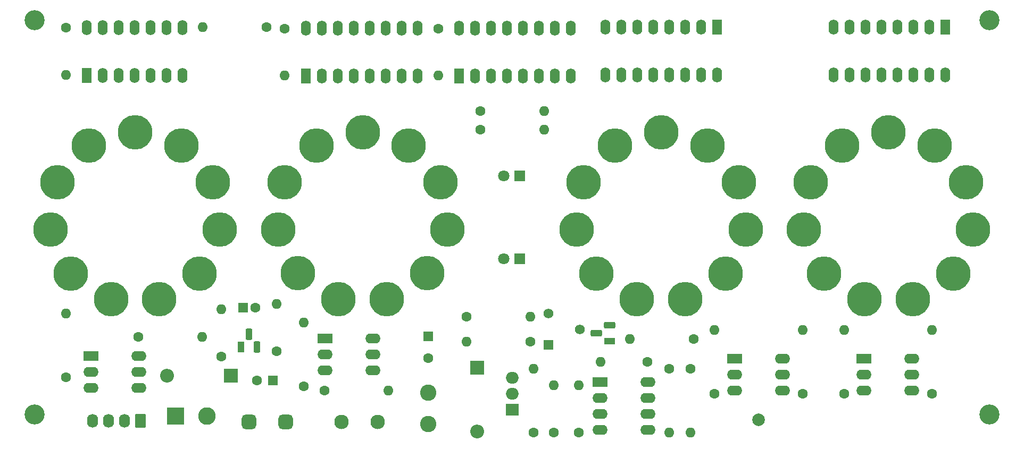
<source format=gts>
G04 #@! TF.GenerationSoftware,KiCad,Pcbnew,8.0.6*
G04 #@! TF.CreationDate,2025-12-06T11:12:07+01:00*
G04 #@! TF.ProjectId,lpt_nixie_clock,6c70745f-6e69-4786-9965-5f636c6f636b,rev?*
G04 #@! TF.SameCoordinates,Original*
G04 #@! TF.FileFunction,Soldermask,Top*
G04 #@! TF.FilePolarity,Negative*
%FSLAX46Y46*%
G04 Gerber Fmt 4.6, Leading zero omitted, Abs format (unit mm)*
G04 Created by KiCad (PCBNEW 8.0.6) date 2025-12-06 11:12:07*
%MOMM*%
%LPD*%
G01*
G04 APERTURE LIST*
G04 Aperture macros list*
%AMRoundRect*
0 Rectangle with rounded corners*
0 $1 Rounding radius*
0 $2 $3 $4 $5 $6 $7 $8 $9 X,Y pos of 4 corners*
0 Add a 4 corners polygon primitive as box body*
4,1,4,$2,$3,$4,$5,$6,$7,$8,$9,$2,$3,0*
0 Add four circle primitives for the rounded corners*
1,1,$1+$1,$2,$3*
1,1,$1+$1,$4,$5*
1,1,$1+$1,$6,$7*
1,1,$1+$1,$8,$9*
0 Add four rect primitives between the rounded corners*
20,1,$1+$1,$2,$3,$4,$5,0*
20,1,$1+$1,$4,$5,$6,$7,0*
20,1,$1+$1,$6,$7,$8,$9,0*
20,1,$1+$1,$8,$9,$2,$3,0*%
G04 Aperture macros list end*
%ADD10R,2.800000X2.800000*%
%ADD11C,2.800000*%
%ADD12C,3.200000*%
%ADD13C,1.600000*%
%ADD14O,1.600000X1.600000*%
%ADD15C,2.600000*%
%ADD16R,2.200000X2.200000*%
%ADD17O,2.200000X2.200000*%
%ADD18R,2.400000X1.600000*%
%ADD19O,2.400000X1.600000*%
%ADD20RoundRect,0.250000X0.620000X0.845000X-0.620000X0.845000X-0.620000X-0.845000X0.620000X-0.845000X0*%
%ADD21O,1.740000X2.190000*%
%ADD22RoundRect,0.575000X-0.575000X-0.575000X0.575000X-0.575000X0.575000X0.575000X-0.575000X0.575000X0*%
%ADD23C,2.300000*%
%ADD24R,1.600000X2.400000*%
%ADD25O,1.600000X2.400000*%
%ADD26R,1.600000X1.600000*%
%ADD27C,2.000000*%
%ADD28R,1.100000X1.800000*%
%ADD29RoundRect,0.275000X-0.275000X-0.625000X0.275000X-0.625000X0.275000X0.625000X-0.275000X0.625000X0*%
%ADD30R,1.800000X1.100000*%
%ADD31RoundRect,0.275000X0.625000X-0.275000X0.625000X0.275000X-0.625000X0.275000X-0.625000X-0.275000X0*%
%ADD32R,1.560000X1.560000*%
%ADD33C,1.560000*%
%ADD34R,2.000000X1.905000*%
%ADD35O,2.000000X1.905000*%
%ADD36R,1.800000X1.800000*%
%ADD37C,1.800000*%
%ADD38C,5.500000*%
G04 APERTURE END LIST*
D10*
X90600000Y-148795000D03*
D11*
X95600000Y-148795000D03*
D12*
X68150000Y-148600000D03*
D13*
X147600000Y-151480000D03*
D14*
X147600000Y-141320000D03*
D13*
X197000000Y-145280000D03*
D14*
X197000000Y-135120000D03*
D15*
X130800000Y-150100000D03*
X130800000Y-145100000D03*
D13*
X97900000Y-139350000D03*
D14*
X97900000Y-131850000D03*
D13*
X176400000Y-145280000D03*
D14*
X176400000Y-135120000D03*
D12*
X68150000Y-85800000D03*
D16*
X99380000Y-142400000D03*
D17*
X89220000Y-142400000D03*
D13*
X84720000Y-136200000D03*
D14*
X94880000Y-136200000D03*
D13*
X165750000Y-140200000D03*
D14*
X158250000Y-140200000D03*
D18*
X114375000Y-136475000D03*
D19*
X114375000Y-139015000D03*
X114375000Y-141555000D03*
X121995000Y-141555000D03*
X121995000Y-139015000D03*
X121995000Y-136475000D03*
D20*
X85000000Y-149600000D03*
D21*
X82460000Y-149600000D03*
X79920000Y-149600000D03*
X77380000Y-149600000D03*
D13*
X132400000Y-87075000D03*
D14*
X132400000Y-94575000D03*
D13*
X211000000Y-145280000D03*
D14*
X211000000Y-135120000D03*
D18*
X179575000Y-139675000D03*
D19*
X179575000Y-142215000D03*
X179575000Y-144755000D03*
X187195000Y-144755000D03*
X187195000Y-142215000D03*
X187195000Y-139675000D03*
D22*
X102300000Y-149800000D03*
X108100000Y-149800000D03*
D23*
X117000000Y-149800000D03*
X122800000Y-149800000D03*
D12*
X220150000Y-148600000D03*
D24*
X213140000Y-86875000D03*
D25*
X210600000Y-86875000D03*
X208060000Y-86875000D03*
X205520000Y-86875000D03*
X202980000Y-86875000D03*
X200440000Y-86875000D03*
X197900000Y-86875000D03*
X195360000Y-86875000D03*
X195360000Y-94495000D03*
X197900000Y-94495000D03*
X200440000Y-94495000D03*
X202980000Y-94495000D03*
X205520000Y-94495000D03*
X208060000Y-94495000D03*
X210600000Y-94495000D03*
X213140000Y-94495000D03*
D13*
X114320000Y-144800000D03*
D14*
X124480000Y-144800000D03*
D13*
X136920000Y-133000000D03*
D14*
X147080000Y-133000000D03*
D13*
X139120000Y-100200000D03*
D14*
X149280000Y-100200000D03*
D26*
X106100000Y-143200000D03*
D13*
X103600000Y-143200000D03*
X73200000Y-142680000D03*
D14*
X73200000Y-132520000D03*
D26*
X130800000Y-136147349D03*
D13*
X130800000Y-139647349D03*
D24*
X135700000Y-94625000D03*
D25*
X138240000Y-94625000D03*
X140780000Y-94625000D03*
X143320000Y-94625000D03*
X145860000Y-94625000D03*
X148400000Y-94625000D03*
X150940000Y-94625000D03*
X153480000Y-94625000D03*
X153480000Y-87005000D03*
X150940000Y-87005000D03*
X148400000Y-87005000D03*
X145860000Y-87005000D03*
X143320000Y-87005000D03*
X140780000Y-87005000D03*
X138240000Y-87005000D03*
X135700000Y-87005000D03*
D13*
X111000000Y-144080000D03*
D14*
X111000000Y-133920000D03*
D18*
X77180000Y-139275000D03*
D19*
X77180000Y-141815000D03*
X77180000Y-144355000D03*
X84800000Y-144355000D03*
X84800000Y-141815000D03*
X84800000Y-139275000D03*
D27*
X183400000Y-149400000D03*
D13*
X150800000Y-151450000D03*
D14*
X150800000Y-143950000D03*
D13*
X108000000Y-87075000D03*
D14*
X108000000Y-94575000D03*
D28*
X101060000Y-137870000D03*
D29*
X102330000Y-135800000D03*
X103600000Y-137870000D03*
D13*
X169200000Y-141320000D03*
D14*
X169200000Y-151480000D03*
D30*
X159670000Y-136870000D03*
D31*
X157600000Y-135600000D03*
X159670000Y-134330000D03*
D24*
X76500000Y-94525000D03*
D25*
X79040000Y-94525000D03*
X81580000Y-94525000D03*
X84120000Y-94525000D03*
X86660000Y-94525000D03*
X89200000Y-94525000D03*
X91740000Y-94525000D03*
X91740000Y-86905000D03*
X89200000Y-86905000D03*
X86660000Y-86905000D03*
X84120000Y-86905000D03*
X81580000Y-86905000D03*
X79040000Y-86905000D03*
X76500000Y-86905000D03*
D12*
X220150000Y-85800000D03*
D13*
X173080000Y-136600000D03*
D14*
X162920000Y-136600000D03*
D24*
X176775000Y-86875000D03*
D25*
X174235000Y-86875000D03*
X171695000Y-86875000D03*
X169155000Y-86875000D03*
X166615000Y-86875000D03*
X164075000Y-86875000D03*
X161535000Y-86875000D03*
X158995000Y-86875000D03*
X158995000Y-94495000D03*
X161535000Y-94495000D03*
X164075000Y-94495000D03*
X166615000Y-94495000D03*
X169155000Y-94495000D03*
X171695000Y-94495000D03*
X174235000Y-94495000D03*
X176775000Y-94495000D03*
D13*
X154800000Y-151450000D03*
D14*
X154800000Y-143950000D03*
D13*
X139120000Y-103200000D03*
D14*
X149280000Y-103200000D03*
D26*
X101330000Y-131550000D03*
D13*
X103330000Y-131550000D03*
X147080000Y-137000000D03*
D14*
X136920000Y-137000000D03*
D13*
X105080000Y-86900000D03*
D14*
X94920000Y-86900000D03*
D13*
X106730000Y-138500000D03*
D14*
X106730000Y-131000000D03*
D32*
X149960000Y-137500000D03*
D33*
X154960000Y-135000000D03*
X149960000Y-132500000D03*
D13*
X172600000Y-141320000D03*
D14*
X172600000Y-151480000D03*
D18*
X200175000Y-139675000D03*
D19*
X200175000Y-142215000D03*
X200175000Y-144755000D03*
X207795000Y-144755000D03*
X207795000Y-142215000D03*
X207795000Y-139675000D03*
D16*
X138600000Y-141120000D03*
D17*
X138600000Y-151280000D03*
D34*
X144200000Y-147840000D03*
D35*
X144200000Y-145300000D03*
X144200000Y-142760000D03*
D24*
X111360000Y-94645000D03*
D25*
X113900000Y-94645000D03*
X116440000Y-94645000D03*
X118980000Y-94645000D03*
X121520000Y-94645000D03*
X124060000Y-94645000D03*
X126600000Y-94645000D03*
X129140000Y-94645000D03*
X129140000Y-87025000D03*
X126600000Y-87025000D03*
X124060000Y-87025000D03*
X121520000Y-87025000D03*
X118980000Y-87025000D03*
X116440000Y-87025000D03*
X113900000Y-87025000D03*
X111360000Y-87025000D03*
D18*
X158175000Y-143400000D03*
D19*
X158175000Y-145940000D03*
X158175000Y-148480000D03*
X158175000Y-151020000D03*
X165795000Y-151020000D03*
X165795000Y-148480000D03*
X165795000Y-145940000D03*
X165795000Y-143400000D03*
D13*
X73200000Y-86950000D03*
D14*
X73200000Y-94450000D03*
D13*
X190400000Y-145280000D03*
D14*
X190400000Y-135120000D03*
D36*
X145403200Y-110600000D03*
D37*
X142863200Y-110600000D03*
D38*
X200256865Y-130249104D03*
X193810234Y-126106106D03*
X190626856Y-119135482D03*
X191717433Y-111550356D03*
X196735713Y-105758952D03*
X204088428Y-103600000D03*
X211441143Y-105758952D03*
X216459423Y-111550356D03*
X217550000Y-119135482D03*
X214366622Y-126106106D03*
X207919991Y-130249104D03*
D36*
X145403200Y-123800000D03*
D37*
X142863200Y-123800000D03*
D38*
X80339865Y-130249104D03*
X73893234Y-126106106D03*
X70709856Y-119135482D03*
X71800433Y-111550356D03*
X76818713Y-105758952D03*
X84171428Y-103600000D03*
X91524143Y-105758952D03*
X96542423Y-111550356D03*
X97633000Y-119135482D03*
X94449622Y-126106106D03*
X88002991Y-130249104D03*
X116540243Y-130242998D03*
X110093612Y-126100000D03*
X106910234Y-119129376D03*
X108000811Y-111544250D03*
X113019091Y-105752846D03*
X120371806Y-103593894D03*
X127724521Y-105752846D03*
X132742801Y-111544250D03*
X133833378Y-119129376D03*
X130650000Y-126100000D03*
X124203369Y-130242998D03*
X164056865Y-130249104D03*
X157610234Y-126106106D03*
X154426856Y-119135482D03*
X155517433Y-111550356D03*
X160535713Y-105758952D03*
X167888428Y-103600000D03*
X175241143Y-105758952D03*
X180259423Y-111550356D03*
X181350000Y-119135482D03*
X178166622Y-126106106D03*
X171719991Y-130249104D03*
M02*

</source>
